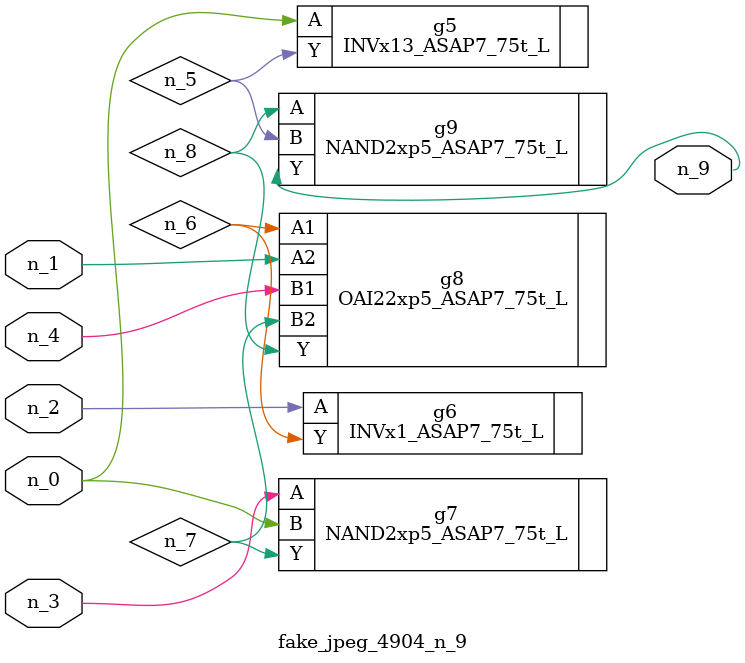
<source format=v>
module fake_jpeg_4904_n_9 (n_3, n_2, n_1, n_0, n_4, n_9);

input n_3;
input n_2;
input n_1;
input n_0;
input n_4;

output n_9;

wire n_8;
wire n_6;
wire n_5;
wire n_7;

INVx13_ASAP7_75t_L g5 ( 
.A(n_0),
.Y(n_5)
);

INVx1_ASAP7_75t_L g6 ( 
.A(n_2),
.Y(n_6)
);

NAND2xp5_ASAP7_75t_L g7 ( 
.A(n_3),
.B(n_0),
.Y(n_7)
);

OAI22xp5_ASAP7_75t_L g8 ( 
.A1(n_6),
.A2(n_1),
.B1(n_4),
.B2(n_7),
.Y(n_8)
);

NAND2xp5_ASAP7_75t_L g9 ( 
.A(n_8),
.B(n_5),
.Y(n_9)
);


endmodule
</source>
